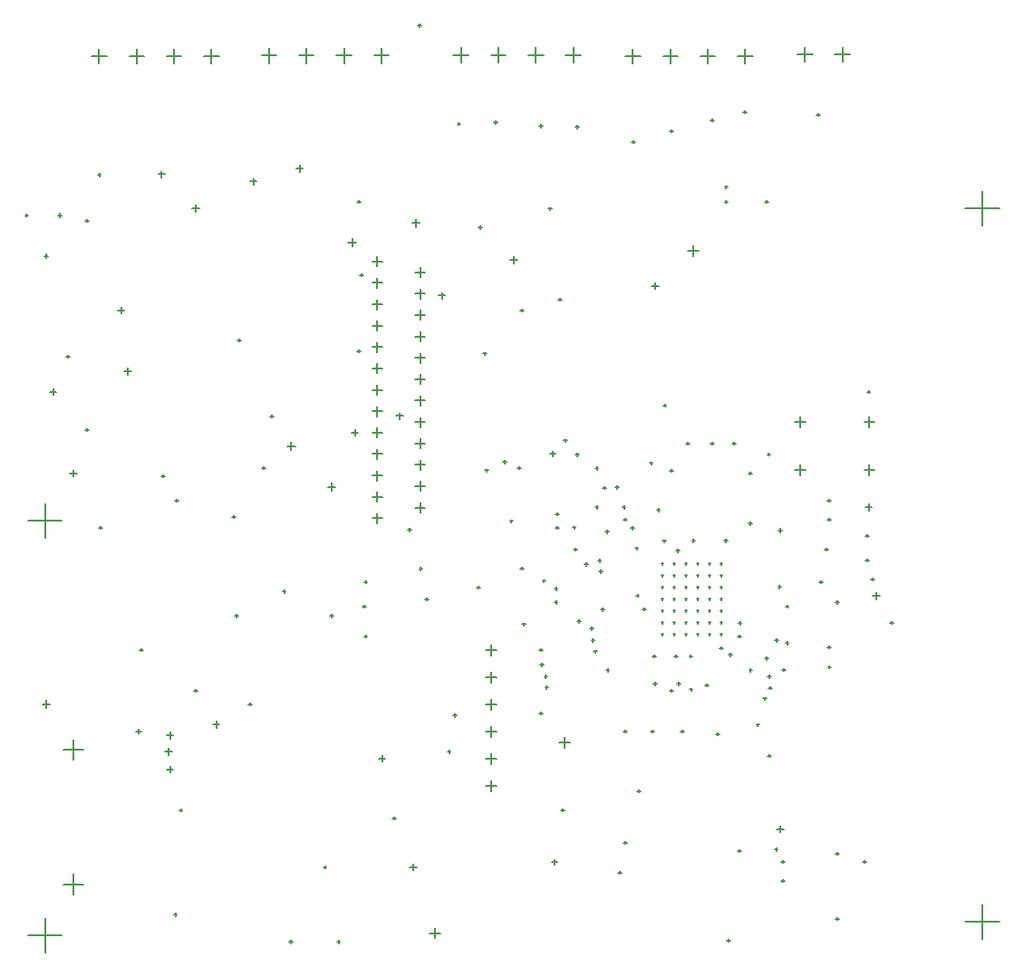
<source format=gbr>
G04*
G04 #@! TF.GenerationSoftware,Altium Limited,Altium Designer,25.2.1 (25)*
G04*
G04 Layer_Color=128*
%FSLAX25Y25*%
%MOIN*%
G70*
G04*
G04 #@! TF.SameCoordinates,93333BF9-B9FA-480E-9F15-3530D08D3613*
G04*
G04*
G04 #@! TF.FilePolarity,Positive*
G04*
G01*
G75*
%ADD14C,0.00500*%
D14*
X291354Y334150D02*
X296866D01*
X294110Y331394D02*
Y336906D01*
X305134Y334150D02*
X310646D01*
X307890Y331394D02*
Y336906D01*
X73044Y333500D02*
X78556D01*
X75800Y330744D02*
Y336256D01*
X59265Y333500D02*
X64776D01*
X62020Y330744D02*
Y336256D01*
X45485Y333500D02*
X50997D01*
X48241Y330744D02*
Y336256D01*
X31705Y333500D02*
X37217D01*
X34461Y330744D02*
Y336256D01*
X269383Y333600D02*
X274894D01*
X272139Y330844D02*
Y336356D01*
X255603Y333600D02*
X261115D01*
X258359Y330844D02*
Y336356D01*
X241824Y333600D02*
X247335D01*
X244580Y330844D02*
Y336356D01*
X228044Y333600D02*
X233556D01*
X230800Y330844D02*
Y336356D01*
X206103Y334000D02*
X211615D01*
X208859Y331244D02*
Y336756D01*
X192324Y334000D02*
X197835D01*
X195080Y331244D02*
Y336756D01*
X178544Y334000D02*
X184056D01*
X181300Y331244D02*
Y336756D01*
X164765Y334000D02*
X170276D01*
X167520Y331244D02*
Y336756D01*
X135505Y333800D02*
X141017D01*
X138261Y331044D02*
Y336556D01*
X121726Y333800D02*
X127237D01*
X124482Y331044D02*
Y336556D01*
X107946Y333800D02*
X113458D01*
X110702Y331044D02*
Y336556D01*
X94167Y333800D02*
X99678D01*
X96923Y331044D02*
Y336556D01*
X134921Y257933D02*
X138583D01*
X136752Y256102D02*
Y259764D01*
X134921Y250059D02*
X138583D01*
X136752Y248228D02*
Y251890D01*
X134921Y242185D02*
X138583D01*
X136752Y240354D02*
Y244016D01*
X134921Y234311D02*
X138583D01*
X136752Y232480D02*
Y236142D01*
X134921Y226437D02*
X138583D01*
X136752Y224606D02*
Y228268D01*
X134921Y218563D02*
X138583D01*
X136752Y216732D02*
Y220394D01*
X134921Y210689D02*
X138583D01*
X136752Y208858D02*
Y212520D01*
X134921Y202815D02*
X138583D01*
X136752Y200984D02*
Y204646D01*
X134921Y194941D02*
X138583D01*
X136752Y193110D02*
Y196772D01*
X134921Y187067D02*
X138583D01*
X136752Y185236D02*
Y188898D01*
X134921Y179193D02*
X138583D01*
X136752Y177362D02*
Y181024D01*
X134921Y171319D02*
X138583D01*
X136752Y169488D02*
Y173150D01*
X134921Y163445D02*
X138583D01*
X136752Y161614D02*
Y165276D01*
X150669Y253996D02*
X154331D01*
X152500Y252165D02*
Y255827D01*
X150669Y246122D02*
X154331D01*
X152500Y244291D02*
Y247953D01*
X150669Y238248D02*
X154331D01*
X152500Y236417D02*
Y240079D01*
X150669Y230374D02*
X154331D01*
X152500Y228543D02*
Y232205D01*
X150669Y222500D02*
X154331D01*
X152500Y220669D02*
Y224331D01*
X150669Y214626D02*
X154331D01*
X152500Y212795D02*
Y216457D01*
X150669Y206752D02*
X154331D01*
X152500Y204921D02*
Y208583D01*
X150669Y198878D02*
X154331D01*
X152500Y197047D02*
Y200709D01*
X150669Y191004D02*
X154331D01*
X152500Y189173D02*
Y192835D01*
X150669Y183130D02*
X154331D01*
X152500Y181299D02*
Y184961D01*
X150669Y175256D02*
X154331D01*
X152500Y173425D02*
Y177087D01*
X150669Y167382D02*
X154331D01*
X152500Y165551D02*
Y169213D01*
X8200Y10000D02*
X20800D01*
X14500Y3700D02*
Y16300D01*
X352900Y277500D02*
X365500D01*
X359200Y271200D02*
Y283800D01*
X352900Y14800D02*
X365500D01*
X359200Y8500D02*
Y21100D01*
X176492Y65000D02*
X180508D01*
X178500Y62992D02*
Y67008D01*
X176492Y75000D02*
X180508D01*
X178500Y72992D02*
Y77008D01*
X176492Y85000D02*
X180508D01*
X178500Y82992D02*
Y87008D01*
X176492Y95000D02*
X180508D01*
X178500Y92992D02*
Y97008D01*
X176492Y105000D02*
X180508D01*
X178500Y102992D02*
Y107008D01*
X176492Y115000D02*
X180508D01*
X178500Y112992D02*
Y117008D01*
X155931Y10700D02*
X159869D01*
X157900Y8732D02*
Y12668D01*
X203631Y80900D02*
X207569D01*
X205600Y78931D02*
Y82868D01*
X251132Y262000D02*
X255068D01*
X253100Y260032D02*
Y263968D01*
X8200Y162500D02*
X20800D01*
X14500Y156200D02*
Y168800D01*
X21260Y78303D02*
X28740D01*
X25000Y74563D02*
Y82043D01*
X21260Y28697D02*
X28740D01*
X25000Y24957D02*
Y32437D01*
X290256Y198858D02*
X294153D01*
X292205Y196909D02*
Y200807D01*
X315846Y198858D02*
X319744D01*
X317795Y196909D02*
Y200807D01*
X290256Y181142D02*
X294153D01*
X292205Y179193D02*
Y183091D01*
X315846Y181142D02*
X319744D01*
X317795Y179193D02*
Y183091D01*
X48100Y85000D02*
X49900D01*
X49000Y84100D02*
Y85900D01*
X142400Y53000D02*
X143600D01*
X143000Y52400D02*
Y53600D01*
X201000Y37000D02*
X203000D01*
X202000Y36000D02*
Y38000D01*
X154400Y133700D02*
X155600D01*
X155000Y133100D02*
Y134300D01*
X188400Y182000D02*
X189600D01*
X189000Y181400D02*
Y182600D01*
X298400Y312000D02*
X299600D01*
X299000Y311400D02*
Y312600D01*
X265400Y8000D02*
X266600D01*
X266000Y7400D02*
Y8600D01*
X271400Y313000D02*
X272600D01*
X272000Y312400D02*
Y313600D01*
X259400Y310000D02*
X260600D01*
X260000Y309400D02*
Y310600D01*
X244400Y306000D02*
X245600D01*
X245000Y305400D02*
Y306600D01*
X230400Y302000D02*
X231600D01*
X231000Y301400D02*
Y302600D01*
X209800Y307581D02*
X211000D01*
X210400Y306981D02*
Y308181D01*
X199801Y277399D02*
X201001D01*
X200401Y276799D02*
Y277999D01*
X237750Y249000D02*
X240250D01*
X239000Y247750D02*
Y250250D01*
X203400Y244000D02*
X204600D01*
X204000Y243400D02*
Y244600D01*
X196400Y307800D02*
X197600D01*
X197000Y307200D02*
Y308400D01*
X179800Y309200D02*
X181000D01*
X180400Y308600D02*
Y309800D01*
X174100Y270600D02*
X175300D01*
X174700Y270000D02*
Y271200D01*
X183025Y184244D02*
X184225D01*
X183625Y183644D02*
Y184844D01*
X175700Y224100D02*
X176900D01*
X176300Y223500D02*
Y224700D01*
X185750Y258500D02*
X188250D01*
X187000Y257250D02*
Y259750D01*
X189400Y240000D02*
X190600D01*
X190000Y239400D02*
Y240600D01*
X166200Y308700D02*
X167400D01*
X166800Y308100D02*
Y309300D01*
X7200Y275000D02*
X8400D01*
X7800Y274400D02*
Y275600D01*
X151700Y344900D02*
X152900D01*
X152300Y344300D02*
Y345500D01*
X220625Y158625D02*
X221825D01*
X221225Y158025D02*
Y159225D01*
X230000Y159900D02*
X231200D01*
X230600Y159300D02*
Y160500D01*
X231600Y152400D02*
X232800D01*
X232200Y151800D02*
Y153000D01*
X252500Y155200D02*
X253700D01*
X253100Y154600D02*
Y155800D01*
X264300Y155200D02*
X265500D01*
X264900Y154600D02*
Y155800D01*
X200200Y187200D02*
X202400D01*
X201300Y186100D02*
Y188300D01*
X148100Y159200D02*
X149300D01*
X148700Y158600D02*
Y159800D01*
X152200Y144800D02*
X153400D01*
X152800Y144200D02*
Y145400D01*
X164800Y90800D02*
X166000D01*
X165400Y90200D02*
Y91400D01*
X162600Y77600D02*
X163800D01*
X163200Y77000D02*
Y78200D01*
X143650Y201100D02*
X146150D01*
X144900Y199850D02*
Y202350D01*
X159250Y245400D02*
X161750D01*
X160500Y244150D02*
Y246650D01*
X176400Y181100D02*
X177600D01*
X177000Y180500D02*
Y181700D01*
X209800Y186900D02*
X211000D01*
X210400Y186300D02*
Y187500D01*
X185500Y162400D02*
X186700D01*
X186100Y161800D02*
Y163000D01*
X284200Y138200D02*
X285400D01*
X284800Y137600D02*
Y138800D01*
X282966Y118629D02*
X284166D01*
X283566Y118029D02*
Y119229D01*
X257400Y102000D02*
X258600D01*
X258000Y101400D02*
Y102600D01*
X251600Y100400D02*
X252800D01*
X252200Y99800D02*
Y101000D01*
X137250Y75000D02*
X139750D01*
X138500Y73750D02*
Y76250D01*
X247000Y102600D02*
X248200D01*
X247600Y102000D02*
Y103200D01*
X241700Y155100D02*
X242900D01*
X242300Y154500D02*
Y155700D01*
X217900Y147900D02*
X219100D01*
X218500Y147300D02*
Y148500D01*
X218400Y143800D02*
X219600D01*
X219000Y143200D02*
Y144400D01*
X213000Y146500D02*
X214200D01*
X213600Y145900D02*
Y147100D01*
X209000Y152000D02*
X210200D01*
X209600Y151400D02*
Y152600D01*
X216900Y181800D02*
X218100D01*
X217500Y181200D02*
Y182400D01*
X205400Y192100D02*
X206600D01*
X206000Y191500D02*
Y192700D01*
X208600Y160100D02*
X209800D01*
X209200Y159500D02*
Y160700D01*
X202400Y160000D02*
X203600D01*
X203000Y159400D02*
Y160600D01*
X197500Y140400D02*
X198700D01*
X198100Y139800D02*
Y141000D01*
X202400Y165000D02*
X203600D01*
X203000Y164400D02*
Y165600D01*
X129400Y280000D02*
X130600D01*
X130000Y279400D02*
Y280600D01*
X264525Y280000D02*
X265725D01*
X265125Y279400D02*
Y280600D01*
X264525Y285400D02*
X265725D01*
X265125Y284800D02*
Y286000D01*
X279400Y280000D02*
X280600D01*
X280000Y279400D02*
Y280600D01*
X196700Y109500D02*
X197900D01*
X197300Y108900D02*
Y110100D01*
X198200Y105200D02*
X199400D01*
X198800Y104600D02*
Y105800D01*
X198500Y101200D02*
X199700D01*
X199100Y100600D02*
Y101800D01*
X216375Y114400D02*
X217575D01*
X216975Y113800D02*
Y115000D01*
X219000Y129900D02*
X220200D01*
X219600Y129300D02*
Y130500D01*
X238100Y112690D02*
X239300D01*
X238700Y112090D02*
Y113290D01*
X251500Y112690D02*
X252700D01*
X252100Y112090D02*
Y113290D01*
X246000Y112690D02*
X247200D01*
X246600Y112090D02*
Y113290D01*
X269587Y124912D02*
X270788D01*
X270187Y124312D02*
Y125512D01*
X262700Y115700D02*
X263900D01*
X263300Y115100D02*
Y116300D01*
X280800Y101000D02*
X282000D01*
X281400Y100400D02*
Y101600D01*
X285800Y107675D02*
X287000D01*
X286400Y107075D02*
Y108275D01*
X273500Y107500D02*
X274700D01*
X274100Y106900D02*
Y108100D01*
X278700Y97100D02*
X279900D01*
X279300Y96500D02*
Y97700D01*
X280400Y105200D02*
X281600D01*
X281000Y104600D02*
Y105800D01*
X226900Y167500D02*
X228100D01*
X227500Y166900D02*
Y168100D01*
X216900Y167500D02*
X218100D01*
X217500Y166900D02*
Y168100D01*
X239600Y166500D02*
X240800D01*
X240200Y165900D02*
Y167100D01*
X227400Y163000D02*
X228600D01*
X228000Y162400D02*
Y163600D01*
X224300Y174875D02*
X225500D01*
X224900Y174275D02*
Y175475D01*
X219800Y174700D02*
X221000D01*
X220400Y174100D02*
Y175300D01*
X215000Y122875D02*
X216200D01*
X215600Y122275D02*
Y123475D01*
X210400Y125500D02*
X211600D01*
X211000Y124900D02*
Y126100D01*
X215500Y118600D02*
X216700D01*
X216100Y118000D02*
Y119200D01*
X190000Y124400D02*
X191200D01*
X190600Y123800D02*
Y125000D01*
X325400D02*
X326600D01*
X326000Y124400D02*
Y125600D01*
X266100Y113200D02*
X267300D01*
X266700Y112600D02*
Y113800D01*
X302500Y108700D02*
X303700D01*
X303100Y108100D02*
Y109300D01*
X279400Y111800D02*
X280600D01*
X280000Y111200D02*
Y112400D01*
X276200Y87400D02*
X277400D01*
X276800Y86800D02*
Y88000D01*
X196400Y91700D02*
X197600D01*
X197000Y91100D02*
Y92300D01*
X244400Y100000D02*
X245600D01*
X245000Y99400D02*
Y100600D01*
X238400Y102500D02*
X239600D01*
X239000Y101900D02*
Y103100D01*
X241180Y146739D02*
X241968D01*
X241574Y146345D02*
Y147133D01*
X245511Y146739D02*
X246298D01*
X245904Y146345D02*
Y147133D01*
X249841Y146739D02*
X250629D01*
X250235Y146345D02*
Y147133D01*
X254172Y146739D02*
X254960D01*
X254566Y146345D02*
Y147133D01*
X258503Y146739D02*
X259290D01*
X258897Y146345D02*
Y147133D01*
X262834Y146739D02*
X263621D01*
X263227Y146345D02*
Y147133D01*
X241180Y142408D02*
X241968D01*
X241574Y142015D02*
Y142802D01*
X245511Y142408D02*
X246298D01*
X245904Y142015D02*
Y142802D01*
X249841Y142408D02*
X250629D01*
X250235Y142015D02*
Y142802D01*
X254172Y142408D02*
X254960D01*
X254566Y142015D02*
Y142802D01*
X258503Y142408D02*
X259290D01*
X258897Y142015D02*
Y142802D01*
X262834Y142408D02*
X263621D01*
X263227Y142015D02*
Y142802D01*
X241180Y138078D02*
X241968D01*
X241574Y137684D02*
Y138471D01*
X245511Y138078D02*
X246298D01*
X245904Y137684D02*
Y138471D01*
X249841Y138078D02*
X250629D01*
X250235Y137684D02*
Y138471D01*
X254172Y138078D02*
X254960D01*
X254566Y137684D02*
Y138471D01*
X258503Y138078D02*
X259290D01*
X258897Y137684D02*
Y138471D01*
X262834Y138078D02*
X263621D01*
X263227Y137684D02*
Y138471D01*
X241180Y133747D02*
X241968D01*
X241574Y133353D02*
Y134141D01*
X245511Y133747D02*
X246298D01*
X245904Y133353D02*
Y134141D01*
X249841Y133747D02*
X250629D01*
X250235Y133353D02*
Y134141D01*
X254172Y133747D02*
X254960D01*
X254566Y133353D02*
Y134141D01*
X258503Y133747D02*
X259290D01*
X258897Y133353D02*
Y134141D01*
X262834Y133747D02*
X263621D01*
X263227Y133353D02*
Y134141D01*
X241180Y129416D02*
X241968D01*
X241574Y129023D02*
Y129810D01*
X245511Y129416D02*
X246298D01*
X245904Y129023D02*
Y129810D01*
X249841Y129416D02*
X250629D01*
X250235Y129023D02*
Y129810D01*
X254172Y129416D02*
X254960D01*
X254566Y129023D02*
Y129810D01*
X258503Y129416D02*
X259290D01*
X258897Y129023D02*
Y129810D01*
X262834Y129416D02*
X263621D01*
X263227Y129023D02*
Y129810D01*
X241180Y125086D02*
X241968D01*
X241574Y124692D02*
Y125479D01*
X245511Y125086D02*
X246298D01*
X245904Y124692D02*
Y125479D01*
X249841Y125086D02*
X250629D01*
X250235Y124692D02*
Y125479D01*
X254172Y125086D02*
X254960D01*
X254566Y124692D02*
Y125479D01*
X258503Y125086D02*
X259290D01*
X258897Y124692D02*
Y125479D01*
X262834Y125086D02*
X263621D01*
X263227Y124692D02*
Y125479D01*
X241180Y120755D02*
X241968D01*
X241574Y120361D02*
Y121149D01*
X245511Y120755D02*
X246298D01*
X245904Y120361D02*
Y121149D01*
X249841Y120755D02*
X250629D01*
X250235Y120361D02*
Y121149D01*
X254172Y120755D02*
X254960D01*
X254566Y120361D02*
Y121149D01*
X258503Y120755D02*
X259290D01*
X258897Y120361D02*
Y121149D01*
X262834Y120755D02*
X263621D01*
X263227Y120361D02*
Y121149D01*
X149600Y272100D02*
X152400D01*
X151000Y270700D02*
Y273500D01*
X56150Y290100D02*
X58650D01*
X57400Y288850D02*
Y291350D01*
X106950Y292200D02*
X109450D01*
X108200Y290950D02*
Y293450D01*
X89950Y287400D02*
X92450D01*
X91200Y286150D02*
Y288650D01*
X33900Y289900D02*
X35100D01*
X34500Y289300D02*
Y290500D01*
X246800Y151500D02*
X248000D01*
X247400Y150900D02*
Y152100D01*
X62400Y170000D02*
X63600D01*
X63000Y169400D02*
Y170600D01*
X59250Y71000D02*
X61750D01*
X60500Y69750D02*
Y72250D01*
X59250Y83500D02*
X61750D01*
X60500Y82250D02*
Y84750D01*
X282900Y41500D02*
X284100D01*
X283500Y40900D02*
Y42100D01*
X121900Y7500D02*
X123100D01*
X122500Y6900D02*
Y8100D01*
X286900Y131000D02*
X288100D01*
X287500Y130400D02*
Y131600D01*
X305400Y132500D02*
X306600D01*
X306000Y131900D02*
Y133100D01*
X236900Y183771D02*
X238100D01*
X237500Y183171D02*
Y184371D01*
X269433Y120000D02*
X270633D01*
X270033Y119400D02*
Y120600D01*
X280200Y187000D02*
X281400D01*
X280800Y186400D02*
Y187600D01*
X101900Y136500D02*
X103100D01*
X102500Y135900D02*
Y137100D01*
X63900Y56000D02*
X65100D01*
X64500Y55400D02*
Y56600D01*
X231900Y135000D02*
X233100D01*
X232500Y134400D02*
Y135600D01*
X273400Y161500D02*
X274600D01*
X274000Y160900D02*
Y162100D01*
X286900Y117500D02*
X288100D01*
X287500Y116900D02*
Y118100D01*
X302400Y116000D02*
X303600D01*
X303000Y115400D02*
Y116600D01*
X269400Y41000D02*
X270600D01*
X270000Y40400D02*
Y41600D01*
X280400Y76000D02*
X281600D01*
X281000Y75400D02*
Y76600D01*
X232400Y63000D02*
X233600D01*
X233000Y62400D02*
Y63600D01*
X119400Y127500D02*
X120600D01*
X120000Y126900D02*
Y128100D01*
X204400Y56000D02*
X205600D01*
X205000Y55400D02*
Y56600D01*
X227400Y85000D02*
X228600D01*
X228000Y84400D02*
Y85600D01*
X248400Y85000D02*
X249600D01*
X249000Y84400D02*
Y85600D01*
X237400Y85000D02*
X238600D01*
X238000Y84400D02*
Y85600D01*
X131400Y131000D02*
X132600D01*
X132000Y130400D02*
Y131600D01*
X173400Y138000D02*
X174600D01*
X174000Y137400D02*
Y138600D01*
X130400Y253000D02*
X131600D01*
X131000Y252400D02*
Y253600D01*
X83400Y164000D02*
X84600D01*
X84000Y163400D02*
Y164600D01*
X97400Y201000D02*
X98600D01*
X98000Y200400D02*
Y201600D01*
X29400Y273000D02*
X30600D01*
X30000Y272400D02*
Y273600D01*
X22400Y223000D02*
X23600D01*
X23000Y222400D02*
Y223600D01*
X273400Y180000D02*
X274600D01*
X274000Y179400D02*
Y180600D01*
X267400Y191000D02*
X268600D01*
X268000Y190400D02*
Y191600D01*
X259400Y191000D02*
X260600D01*
X260000Y190400D02*
Y191600D01*
X250400Y191000D02*
X251600D01*
X251000Y190400D02*
Y191600D01*
X244400Y181000D02*
X245600D01*
X245000Y180400D02*
Y181600D01*
X301400Y152000D02*
X302600D01*
X302000Y151400D02*
Y152600D01*
X299400Y140000D02*
X300600D01*
X300000Y139400D02*
Y140600D01*
X227400Y44000D02*
X228600D01*
X228000Y43400D02*
Y44600D01*
X261400Y84000D02*
X262600D01*
X262000Y83400D02*
Y84600D01*
X302400Y170000D02*
X303600D01*
X303000Y169400D02*
Y170600D01*
X302400Y163000D02*
X303600D01*
X303000Y162400D02*
Y163600D01*
X318400Y141000D02*
X319600D01*
X319000Y140400D02*
Y141600D01*
X316400Y148000D02*
X317600D01*
X317000Y147400D02*
Y148600D01*
X316400Y157000D02*
X317600D01*
X317000Y156400D02*
Y157600D01*
X225400Y33000D02*
X226600D01*
X226000Y32400D02*
Y33600D01*
X305400Y16000D02*
X306600D01*
X306000Y15400D02*
Y16600D01*
X285400Y30000D02*
X286600D01*
X286000Y29400D02*
Y30600D01*
X94400Y182000D02*
X95600D01*
X95000Y181400D02*
Y182600D01*
X129400Y225000D02*
X130600D01*
X130000Y224400D02*
Y225600D01*
X85400Y229000D02*
X86600D01*
X86000Y228400D02*
Y229600D01*
X57400Y179000D02*
X58600D01*
X58000Y178400D02*
Y179600D01*
X29400Y196000D02*
X30600D01*
X30000Y195400D02*
Y196600D01*
X316900Y210000D02*
X318100D01*
X317500Y209400D02*
Y210600D01*
X241900Y205000D02*
X243100D01*
X242500Y204400D02*
Y205600D01*
X201900Y132500D02*
X203100D01*
X202500Y131900D02*
Y133100D01*
X201900Y137500D02*
X203100D01*
X202500Y136900D02*
Y138100D01*
X189400Y145000D02*
X190600D01*
X190000Y144400D02*
Y145600D01*
X131900Y140000D02*
X133100D01*
X132500Y139400D02*
Y140600D01*
X131900Y120000D02*
X133100D01*
X132500Y119400D02*
Y120600D01*
X69400Y100000D02*
X70600D01*
X70000Y99400D02*
Y100600D01*
X84400Y127500D02*
X85600D01*
X85000Y126900D02*
Y128100D01*
X49400Y115000D02*
X50600D01*
X50000Y114400D02*
Y115600D01*
X34400Y160000D02*
X35600D01*
X35000Y159400D02*
Y160600D01*
X89400Y95000D02*
X90600D01*
X90000Y94400D02*
Y95600D01*
X58750Y77500D02*
X61250D01*
X60000Y76250D02*
Y78750D01*
X116900Y35000D02*
X118100D01*
X117500Y34400D02*
Y35600D01*
X61900Y17500D02*
X63100D01*
X62500Y16900D02*
Y18100D01*
X104400Y7500D02*
X105600D01*
X105000Y6900D02*
Y8100D01*
X234400Y130000D02*
X235600D01*
X235000Y129400D02*
Y130600D01*
X284200Y159000D02*
X285800D01*
X285000Y158200D02*
Y159800D01*
X283750Y49000D02*
X286250D01*
X285000Y47750D02*
Y50250D01*
X285400Y37000D02*
X286600D01*
X286000Y36400D02*
Y37600D01*
X196400Y115000D02*
X197600D01*
X197000Y114400D02*
Y115600D01*
X148750Y35000D02*
X151250D01*
X150000Y33750D02*
Y36250D01*
X315400Y37000D02*
X316600D01*
X316000Y36400D02*
Y37600D01*
X305400Y40000D02*
X306600D01*
X306000Y39400D02*
Y40600D01*
X126100Y265000D02*
X128900D01*
X127500Y263600D02*
Y266400D01*
X68750Y277500D02*
X71250D01*
X70000Y276250D02*
Y278750D01*
X118600Y175000D02*
X121400D01*
X120000Y173600D02*
Y176400D01*
X103500Y190000D02*
X106500D01*
X105000Y188500D02*
Y191500D01*
X13600Y95000D02*
X16400D01*
X15000Y93600D02*
Y96400D01*
X19200Y275000D02*
X20800D01*
X20000Y274200D02*
Y275800D01*
X14200Y260000D02*
X15800D01*
X15000Y259200D02*
Y260800D01*
X16250Y210000D02*
X18750D01*
X17500Y208750D02*
Y211250D01*
X41250Y240000D02*
X43750D01*
X42500Y238750D02*
Y241250D01*
X43750Y217500D02*
X46250D01*
X45000Y216250D02*
Y218750D01*
X23750Y180000D02*
X26250D01*
X25000Y178750D02*
Y181250D01*
X76250Y87500D02*
X78750D01*
X77500Y86250D02*
Y88750D01*
X319051Y134886D02*
X321551D01*
X320301Y133636D02*
Y136136D01*
X316250Y167500D02*
X318750D01*
X317500Y166250D02*
Y168750D01*
X127250Y195000D02*
X129750D01*
X128500Y193750D02*
Y196250D01*
X220900Y107500D02*
X222100D01*
X221500Y106900D02*
Y108100D01*
M02*

</source>
